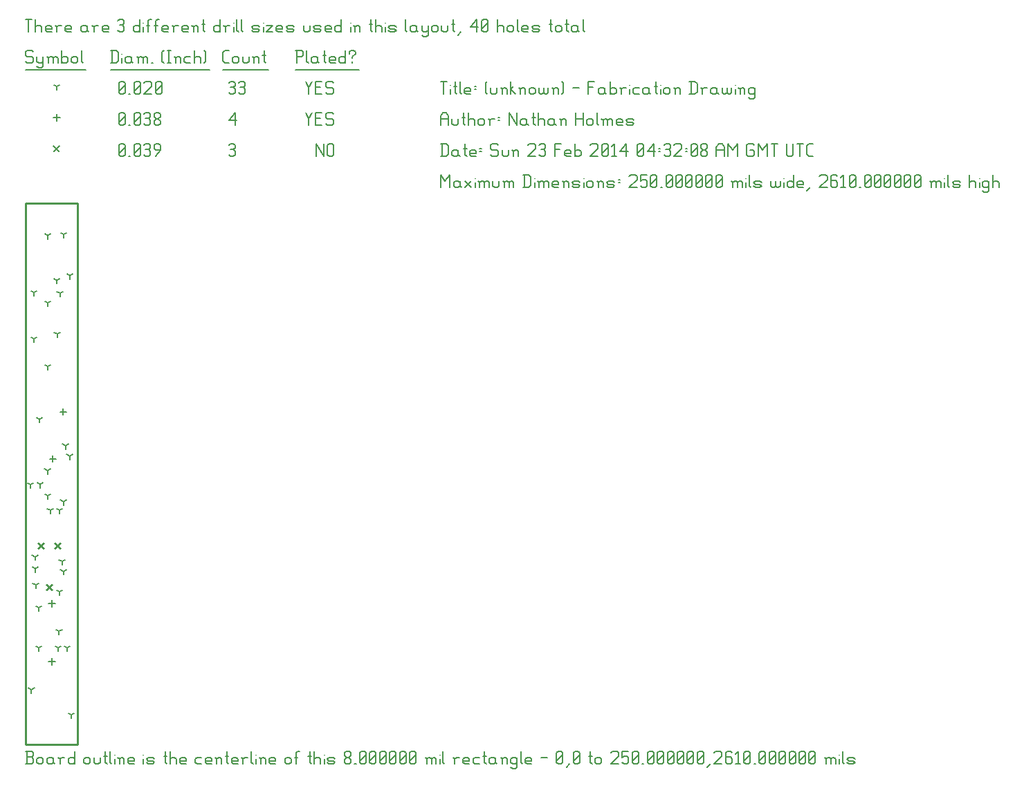
<source format=gbr>
G04 start of page 13 for group -3984 idx -3984 *
G04 Title: (unknown), fab *
G04 Creator: pcb 20110918 *
G04 CreationDate: Sun 23 Feb 2014 04:32:08 AM GMT UTC *
G04 For: ndholmes *
G04 Format: Gerber/RS-274X *
G04 PCB-Dimensions: 25000 261000 *
G04 PCB-Coordinate-Origin: lower left *
%MOIN*%
%FSLAX25Y25*%
%LNFAB*%
%ADD71C,0.0100*%
%ADD70C,0.0075*%
%ADD69C,0.0060*%
%ADD68C,0.0001*%
G54D68*G36*
X10421Y77408D02*X13387Y74442D01*
X12821Y73876D01*
X9855Y76842D01*
X10421Y77408D01*
G37*
G36*
X9855Y74442D02*X12821Y77408D01*
X13387Y76842D01*
X10421Y73876D01*
X9855Y74442D01*
G37*
G36*
X6421Y97408D02*X9387Y94442D01*
X8821Y93876D01*
X5855Y96842D01*
X6421Y97408D01*
G37*
G36*
X5855Y94442D02*X8821Y97408D01*
X9387Y96842D01*
X6421Y93876D01*
X5855Y94442D01*
G37*
G36*
X14421Y97408D02*X17387Y94442D01*
X16821Y93876D01*
X13855Y96842D01*
X14421Y97408D01*
G37*
G36*
X13855Y94442D02*X16821Y97408D01*
X17387Y96842D01*
X14421Y93876D01*
X13855Y94442D01*
G37*
G36*
X13800Y289016D02*X16766Y286050D01*
X16200Y285484D01*
X13234Y288450D01*
X13800Y289016D01*
G37*
G36*
X13234Y286050D02*X16200Y289016D01*
X16766Y288450D01*
X13800Y285484D01*
X13234Y286050D01*
G37*
G54D69*X140000Y289500D02*Y283500D01*
Y289500D02*X143750Y283500D01*
Y289500D02*Y283500D01*
X145550Y288750D02*Y284250D01*
Y288750D02*X146300Y289500D01*
X147800D01*
X148550Y288750D01*
Y284250D01*
X147800Y283500D02*X148550Y284250D01*
X146300Y283500D02*X147800D01*
X145550Y284250D02*X146300Y283500D01*
X98000Y288750D02*X98750Y289500D01*
X100250D01*
X101000Y288750D01*
X100250Y283500D02*X101000Y284250D01*
X98750Y283500D02*X100250D01*
X98000Y284250D02*X98750Y283500D01*
Y286800D02*X100250D01*
X101000Y288750D02*Y287550D01*
Y286050D02*Y284250D01*
Y286050D02*X100250Y286800D01*
X101000Y287550D02*X100250Y286800D01*
X45000Y284250D02*X45750Y283500D01*
X45000Y288750D02*Y284250D01*
Y288750D02*X45750Y289500D01*
X47250D01*
X48000Y288750D01*
Y284250D01*
X47250Y283500D02*X48000Y284250D01*
X45750Y283500D02*X47250D01*
X45000Y285000D02*X48000Y288000D01*
X49800Y283500D02*X50550D01*
X52350Y284250D02*X53100Y283500D01*
X52350Y288750D02*Y284250D01*
Y288750D02*X53100Y289500D01*
X54600D01*
X55350Y288750D01*
Y284250D01*
X54600Y283500D02*X55350Y284250D01*
X53100Y283500D02*X54600D01*
X52350Y285000D02*X55350Y288000D01*
X57150Y288750D02*X57900Y289500D01*
X59400D01*
X60150Y288750D01*
X59400Y283500D02*X60150Y284250D01*
X57900Y283500D02*X59400D01*
X57150Y284250D02*X57900Y283500D01*
Y286800D02*X59400D01*
X60150Y288750D02*Y287550D01*
Y286050D02*Y284250D01*
Y286050D02*X59400Y286800D01*
X60150Y287550D02*X59400Y286800D01*
X62700Y283500D02*X64950Y286500D01*
Y288750D02*Y286500D01*
X64200Y289500D02*X64950Y288750D01*
X62700Y289500D02*X64200D01*
X61950Y288750D02*X62700Y289500D01*
X61950Y288750D02*Y287250D01*
X62700Y286500D01*
X64950D01*
X18200Y162000D02*Y158800D01*
X16600Y160400D02*X19800D01*
X12700Y69500D02*Y66300D01*
X11100Y67900D02*X14300D01*
X13200Y139300D02*Y136100D01*
X11600Y137700D02*X14800D01*
X12800Y41600D02*Y38400D01*
X11200Y40000D02*X14400D01*
X15000Y303850D02*Y300650D01*
X13400Y302250D02*X16600D01*
X135000Y304500D02*X136500Y301500D01*
X138000Y304500D01*
X136500Y301500D02*Y298500D01*
X139800Y301800D02*X142050D01*
X139800Y298500D02*X142800D01*
X139800Y304500D02*Y298500D01*
Y304500D02*X142800D01*
X147600D02*X148350Y303750D01*
X145350Y304500D02*X147600D01*
X144600Y303750D02*X145350Y304500D01*
X144600Y303750D02*Y302250D01*
X145350Y301500D01*
X147600D01*
X148350Y300750D01*
Y299250D01*
X147600Y298500D02*X148350Y299250D01*
X145350Y298500D02*X147600D01*
X144600Y299250D02*X145350Y298500D01*
X98000Y300750D02*X101000Y304500D01*
X98000Y300750D02*X101750D01*
X101000Y304500D02*Y298500D01*
X45000Y299250D02*X45750Y298500D01*
X45000Y303750D02*Y299250D01*
Y303750D02*X45750Y304500D01*
X47250D01*
X48000Y303750D01*
Y299250D01*
X47250Y298500D02*X48000Y299250D01*
X45750Y298500D02*X47250D01*
X45000Y300000D02*X48000Y303000D01*
X49800Y298500D02*X50550D01*
X52350Y299250D02*X53100Y298500D01*
X52350Y303750D02*Y299250D01*
Y303750D02*X53100Y304500D01*
X54600D01*
X55350Y303750D01*
Y299250D01*
X54600Y298500D02*X55350Y299250D01*
X53100Y298500D02*X54600D01*
X52350Y300000D02*X55350Y303000D01*
X57150Y303750D02*X57900Y304500D01*
X59400D01*
X60150Y303750D01*
X59400Y298500D02*X60150Y299250D01*
X57900Y298500D02*X59400D01*
X57150Y299250D02*X57900Y298500D01*
Y301800D02*X59400D01*
X60150Y303750D02*Y302550D01*
Y301050D02*Y299250D01*
Y301050D02*X59400Y301800D01*
X60150Y302550D02*X59400Y301800D01*
X61950Y299250D02*X62700Y298500D01*
X61950Y300450D02*Y299250D01*
Y300450D02*X63000Y301500D01*
X63900D01*
X64950Y300450D01*
Y299250D01*
X64200Y298500D02*X64950Y299250D01*
X62700Y298500D02*X64200D01*
X61950Y302550D02*X63000Y301500D01*
X61950Y303750D02*Y302550D01*
Y303750D02*X62700Y304500D01*
X64200D01*
X64950Y303750D01*
Y302550D01*
X63900Y301500D02*X64950Y302550D01*
X15100Y223700D02*Y222100D01*
Y223700D02*X16487Y224500D01*
X15100Y223700D02*X13713Y224500D01*
X10800Y245300D02*Y243700D01*
Y245300D02*X12187Y246100D01*
X10800Y245300D02*X9413Y246100D01*
X4100Y217800D02*Y216200D01*
Y217800D02*X5487Y218600D01*
X4100Y217800D02*X2713Y218600D01*
X10800Y212800D02*Y211200D01*
Y212800D02*X12187Y213600D01*
X10800Y212800D02*X9413Y213600D01*
X4000Y195600D02*Y194000D01*
Y195600D02*X5387Y196400D01*
X4000Y195600D02*X2613Y196400D01*
X15300Y197800D02*Y196200D01*
Y197800D02*X16687Y198600D01*
X15300Y197800D02*X13913Y198600D01*
X16600Y217500D02*Y215900D01*
Y217500D02*X17987Y218300D01*
X16600Y217500D02*X15213Y218300D01*
X10700Y182100D02*Y180500D01*
Y182100D02*X12087Y182900D01*
X10700Y182100D02*X9313Y182900D01*
X18400Y245900D02*Y244300D01*
Y245900D02*X19787Y246700D01*
X18400Y245900D02*X17013Y246700D01*
X6800Y156700D02*Y155100D01*
Y156700D02*X8187Y157500D01*
X6800Y156700D02*X5413Y157500D01*
X17621Y88242D02*Y86642D01*
Y88242D02*X19008Y89042D01*
X17621Y88242D02*X16234Y89042D01*
X10721Y119742D02*Y118142D01*
Y119742D02*X12108Y120542D01*
X10721Y119742D02*X9334Y120542D01*
X4821Y84642D02*Y83042D01*
Y84642D02*X6208Y85442D01*
X4821Y84642D02*X3434Y85442D01*
X4921Y76842D02*Y75242D01*
Y76842D02*X6308Y77642D01*
X4921Y76842D02*X3534Y77642D01*
X4621Y90342D02*Y88742D01*
Y90342D02*X6008Y91142D01*
X4621Y90342D02*X3234Y91142D01*
X11921Y112842D02*Y111242D01*
Y112842D02*X13308Y113642D01*
X11921Y112842D02*X10534Y113642D01*
X2521Y125242D02*Y123642D01*
Y125242D02*X3908Y126042D01*
X2521Y125242D02*X1134Y126042D01*
X7000Y125300D02*Y123700D01*
Y125300D02*X8387Y126100D01*
X7000Y125300D02*X5613Y126100D01*
X6500Y65900D02*Y64300D01*
Y65900D02*X7887Y66700D01*
X6500Y65900D02*X5113Y66700D01*
X20200Y46500D02*Y44900D01*
Y46500D02*X21587Y47300D01*
X20200Y46500D02*X18813Y47300D01*
X18300Y83400D02*Y81800D01*
Y83400D02*X19687Y84200D01*
X18300Y83400D02*X16913Y84200D01*
X16400Y73600D02*Y72000D01*
Y73600D02*X17787Y74400D01*
X16400Y73600D02*X15013Y74400D01*
X16245Y54402D02*Y52802D01*
Y54402D02*X17632Y55202D01*
X16245Y54402D02*X14858Y55202D01*
X6500Y46600D02*Y45000D01*
Y46600D02*X7887Y47400D01*
X6500Y46600D02*X5113Y47400D01*
X2900Y26300D02*Y24700D01*
Y26300D02*X4287Y27100D01*
X2900Y26300D02*X1513Y27100D01*
X15700Y46600D02*Y45000D01*
Y46600D02*X17087Y47400D01*
X15700Y46600D02*X14313Y47400D01*
X22000Y14100D02*Y12500D01*
Y14100D02*X23387Y14900D01*
X22000Y14100D02*X20613Y14900D01*
X10600Y132000D02*Y130400D01*
Y132000D02*X11987Y132800D01*
X10600Y132000D02*X9213Y132800D01*
X19300Y144000D02*Y142400D01*
Y144000D02*X20687Y144800D01*
X19300Y144000D02*X17913Y144800D01*
X21300Y139000D02*Y137400D01*
Y139000D02*X22687Y139800D01*
X21300Y139000D02*X19913Y139800D01*
X16521Y112842D02*Y111242D01*
Y112842D02*X17908Y113642D01*
X16521Y112842D02*X15134Y113642D01*
X18300Y117000D02*Y115400D01*
Y117000D02*X19687Y117800D01*
X18300Y117000D02*X16913Y117800D01*
X21400Y226000D02*Y224400D01*
Y226000D02*X22787Y226800D01*
X21400Y226000D02*X20013Y226800D01*
X15000Y317250D02*Y315650D01*
Y317250D02*X16387Y318050D01*
X15000Y317250D02*X13613Y318050D01*
X135000Y319500D02*X136500Y316500D01*
X138000Y319500D01*
X136500Y316500D02*Y313500D01*
X139800Y316800D02*X142050D01*
X139800Y313500D02*X142800D01*
X139800Y319500D02*Y313500D01*
Y319500D02*X142800D01*
X147600D02*X148350Y318750D01*
X145350Y319500D02*X147600D01*
X144600Y318750D02*X145350Y319500D01*
X144600Y318750D02*Y317250D01*
X145350Y316500D01*
X147600D01*
X148350Y315750D01*
Y314250D01*
X147600Y313500D02*X148350Y314250D01*
X145350Y313500D02*X147600D01*
X144600Y314250D02*X145350Y313500D01*
X98000Y318750D02*X98750Y319500D01*
X100250D01*
X101000Y318750D01*
X100250Y313500D02*X101000Y314250D01*
X98750Y313500D02*X100250D01*
X98000Y314250D02*X98750Y313500D01*
Y316800D02*X100250D01*
X101000Y318750D02*Y317550D01*
Y316050D02*Y314250D01*
Y316050D02*X100250Y316800D01*
X101000Y317550D02*X100250Y316800D01*
X102800Y318750D02*X103550Y319500D01*
X105050D01*
X105800Y318750D01*
X105050Y313500D02*X105800Y314250D01*
X103550Y313500D02*X105050D01*
X102800Y314250D02*X103550Y313500D01*
Y316800D02*X105050D01*
X105800Y318750D02*Y317550D01*
Y316050D02*Y314250D01*
Y316050D02*X105050Y316800D01*
X105800Y317550D02*X105050Y316800D01*
X45000Y314250D02*X45750Y313500D01*
X45000Y318750D02*Y314250D01*
Y318750D02*X45750Y319500D01*
X47250D01*
X48000Y318750D01*
Y314250D01*
X47250Y313500D02*X48000Y314250D01*
X45750Y313500D02*X47250D01*
X45000Y315000D02*X48000Y318000D01*
X49800Y313500D02*X50550D01*
X52350Y314250D02*X53100Y313500D01*
X52350Y318750D02*Y314250D01*
Y318750D02*X53100Y319500D01*
X54600D01*
X55350Y318750D01*
Y314250D01*
X54600Y313500D02*X55350Y314250D01*
X53100Y313500D02*X54600D01*
X52350Y315000D02*X55350Y318000D01*
X57150Y318750D02*X57900Y319500D01*
X60150D01*
X60900Y318750D01*
Y317250D01*
X57150Y313500D02*X60900Y317250D01*
X57150Y313500D02*X60900D01*
X62700Y314250D02*X63450Y313500D01*
X62700Y318750D02*Y314250D01*
Y318750D02*X63450Y319500D01*
X64950D01*
X65700Y318750D01*
Y314250D01*
X64950Y313500D02*X65700Y314250D01*
X63450Y313500D02*X64950D01*
X62700Y315000D02*X65700Y318000D01*
X3000Y334500D02*X3750Y333750D01*
X750Y334500D02*X3000D01*
X0Y333750D02*X750Y334500D01*
X0Y333750D02*Y332250D01*
X750Y331500D01*
X3000D01*
X3750Y330750D01*
Y329250D01*
X3000Y328500D02*X3750Y329250D01*
X750Y328500D02*X3000D01*
X0Y329250D02*X750Y328500D01*
X5550Y331500D02*Y329250D01*
X6300Y328500D01*
X8550Y331500D02*Y327000D01*
X7800Y326250D02*X8550Y327000D01*
X6300Y326250D02*X7800D01*
X5550Y327000D02*X6300Y326250D01*
Y328500D02*X7800D01*
X8550Y329250D01*
X11100Y330750D02*Y328500D01*
Y330750D02*X11850Y331500D01*
X12600D01*
X13350Y330750D01*
Y328500D01*
Y330750D02*X14100Y331500D01*
X14850D01*
X15600Y330750D01*
Y328500D01*
X10350Y331500D02*X11100Y330750D01*
X17400Y334500D02*Y328500D01*
Y329250D02*X18150Y328500D01*
X19650D01*
X20400Y329250D01*
Y330750D02*Y329250D01*
X19650Y331500D02*X20400Y330750D01*
X18150Y331500D02*X19650D01*
X17400Y330750D02*X18150Y331500D01*
X22200Y330750D02*Y329250D01*
Y330750D02*X22950Y331500D01*
X24450D01*
X25200Y330750D01*
Y329250D01*
X24450Y328500D02*X25200Y329250D01*
X22950Y328500D02*X24450D01*
X22200Y329250D02*X22950Y328500D01*
X27000Y334500D02*Y329250D01*
X27750Y328500D01*
X0Y325250D02*X29250D01*
X41750Y334500D02*Y328500D01*
X43700Y334500D02*X44750Y333450D01*
Y329550D01*
X43700Y328500D02*X44750Y329550D01*
X41000Y328500D02*X43700D01*
X41000Y334500D02*X43700D01*
G54D70*X46550Y333000D02*Y332850D01*
G54D69*Y330750D02*Y328500D01*
X50300Y331500D02*X51050Y330750D01*
X48800Y331500D02*X50300D01*
X48050Y330750D02*X48800Y331500D01*
X48050Y330750D02*Y329250D01*
X48800Y328500D01*
X51050Y331500D02*Y329250D01*
X51800Y328500D01*
X48800D02*X50300D01*
X51050Y329250D01*
X54350Y330750D02*Y328500D01*
Y330750D02*X55100Y331500D01*
X55850D01*
X56600Y330750D01*
Y328500D01*
Y330750D02*X57350Y331500D01*
X58100D01*
X58850Y330750D01*
Y328500D01*
X53600Y331500D02*X54350Y330750D01*
X60650Y328500D02*X61400D01*
X65900Y329250D02*X66650Y328500D01*
X65900Y333750D02*X66650Y334500D01*
X65900Y333750D02*Y329250D01*
X68450Y334500D02*X69950D01*
X69200D02*Y328500D01*
X68450D02*X69950D01*
X72500Y330750D02*Y328500D01*
Y330750D02*X73250Y331500D01*
X74000D01*
X74750Y330750D01*
Y328500D01*
X71750Y331500D02*X72500Y330750D01*
X77300Y331500D02*X79550D01*
X76550Y330750D02*X77300Y331500D01*
X76550Y330750D02*Y329250D01*
X77300Y328500D01*
X79550D01*
X81350Y334500D02*Y328500D01*
Y330750D02*X82100Y331500D01*
X83600D01*
X84350Y330750D01*
Y328500D01*
X86150Y334500D02*X86900Y333750D01*
Y329250D01*
X86150Y328500D02*X86900Y329250D01*
X41000Y325250D02*X88700D01*
X96050Y328500D02*X98000D01*
X95000Y329550D02*X96050Y328500D01*
X95000Y333450D02*Y329550D01*
Y333450D02*X96050Y334500D01*
X98000D01*
X99800Y330750D02*Y329250D01*
Y330750D02*X100550Y331500D01*
X102050D01*
X102800Y330750D01*
Y329250D01*
X102050Y328500D02*X102800Y329250D01*
X100550Y328500D02*X102050D01*
X99800Y329250D02*X100550Y328500D01*
X104600Y331500D02*Y329250D01*
X105350Y328500D01*
X106850D01*
X107600Y329250D01*
Y331500D02*Y329250D01*
X110150Y330750D02*Y328500D01*
Y330750D02*X110900Y331500D01*
X111650D01*
X112400Y330750D01*
Y328500D01*
X109400Y331500D02*X110150Y330750D01*
X114950Y334500D02*Y329250D01*
X115700Y328500D01*
X114200Y332250D02*X115700D01*
X95000Y325250D02*X117200D01*
X130750Y334500D02*Y328500D01*
X130000Y334500D02*X133000D01*
X133750Y333750D01*
Y332250D01*
X133000Y331500D02*X133750Y332250D01*
X130750Y331500D02*X133000D01*
X135550Y334500D02*Y329250D01*
X136300Y328500D01*
X140050Y331500D02*X140800Y330750D01*
X138550Y331500D02*X140050D01*
X137800Y330750D02*X138550Y331500D01*
X137800Y330750D02*Y329250D01*
X138550Y328500D01*
X140800Y331500D02*Y329250D01*
X141550Y328500D01*
X138550D02*X140050D01*
X140800Y329250D01*
X144100Y334500D02*Y329250D01*
X144850Y328500D01*
X143350Y332250D02*X144850D01*
X147100Y328500D02*X149350D01*
X146350Y329250D02*X147100Y328500D01*
X146350Y330750D02*Y329250D01*
Y330750D02*X147100Y331500D01*
X148600D01*
X149350Y330750D01*
X146350Y330000D02*X149350D01*
Y330750D02*Y330000D01*
X154150Y334500D02*Y328500D01*
X153400D02*X154150Y329250D01*
X151900Y328500D02*X153400D01*
X151150Y329250D02*X151900Y328500D01*
X151150Y330750D02*Y329250D01*
Y330750D02*X151900Y331500D01*
X153400D01*
X154150Y330750D01*
X157450Y331500D02*Y330750D01*
Y329250D02*Y328500D01*
X155950Y333750D02*Y333000D01*
Y333750D02*X156700Y334500D01*
X158200D01*
X158950Y333750D01*
Y333000D01*
X157450Y331500D02*X158950Y333000D01*
X130000Y325250D02*X160750D01*
X0Y349500D02*X3000D01*
X1500D02*Y343500D01*
X4800Y349500D02*Y343500D01*
Y345750D02*X5550Y346500D01*
X7050D01*
X7800Y345750D01*
Y343500D01*
X10350D02*X12600D01*
X9600Y344250D02*X10350Y343500D01*
X9600Y345750D02*Y344250D01*
Y345750D02*X10350Y346500D01*
X11850D01*
X12600Y345750D01*
X9600Y345000D02*X12600D01*
Y345750D02*Y345000D01*
X15150Y345750D02*Y343500D01*
Y345750D02*X15900Y346500D01*
X17400D01*
X14400D02*X15150Y345750D01*
X19950Y343500D02*X22200D01*
X19200Y344250D02*X19950Y343500D01*
X19200Y345750D02*Y344250D01*
Y345750D02*X19950Y346500D01*
X21450D01*
X22200Y345750D01*
X19200Y345000D02*X22200D01*
Y345750D02*Y345000D01*
X28950Y346500D02*X29700Y345750D01*
X27450Y346500D02*X28950D01*
X26700Y345750D02*X27450Y346500D01*
X26700Y345750D02*Y344250D01*
X27450Y343500D01*
X29700Y346500D02*Y344250D01*
X30450Y343500D01*
X27450D02*X28950D01*
X29700Y344250D01*
X33000Y345750D02*Y343500D01*
Y345750D02*X33750Y346500D01*
X35250D01*
X32250D02*X33000Y345750D01*
X37800Y343500D02*X40050D01*
X37050Y344250D02*X37800Y343500D01*
X37050Y345750D02*Y344250D01*
Y345750D02*X37800Y346500D01*
X39300D01*
X40050Y345750D01*
X37050Y345000D02*X40050D01*
Y345750D02*Y345000D01*
X44550Y348750D02*X45300Y349500D01*
X46800D01*
X47550Y348750D01*
X46800Y343500D02*X47550Y344250D01*
X45300Y343500D02*X46800D01*
X44550Y344250D02*X45300Y343500D01*
Y346800D02*X46800D01*
X47550Y348750D02*Y347550D01*
Y346050D02*Y344250D01*
Y346050D02*X46800Y346800D01*
X47550Y347550D02*X46800Y346800D01*
X55050Y349500D02*Y343500D01*
X54300D02*X55050Y344250D01*
X52800Y343500D02*X54300D01*
X52050Y344250D02*X52800Y343500D01*
X52050Y345750D02*Y344250D01*
Y345750D02*X52800Y346500D01*
X54300D01*
X55050Y345750D01*
G54D70*X56850Y348000D02*Y347850D01*
G54D69*Y345750D02*Y343500D01*
X59100Y348750D02*Y343500D01*
Y348750D02*X59850Y349500D01*
X60600D01*
X58350Y346500D02*X59850D01*
X62850Y348750D02*Y343500D01*
Y348750D02*X63600Y349500D01*
X64350D01*
X62100Y346500D02*X63600D01*
X66600Y343500D02*X68850D01*
X65850Y344250D02*X66600Y343500D01*
X65850Y345750D02*Y344250D01*
Y345750D02*X66600Y346500D01*
X68100D01*
X68850Y345750D01*
X65850Y345000D02*X68850D01*
Y345750D02*Y345000D01*
X71400Y345750D02*Y343500D01*
Y345750D02*X72150Y346500D01*
X73650D01*
X70650D02*X71400Y345750D01*
X76200Y343500D02*X78450D01*
X75450Y344250D02*X76200Y343500D01*
X75450Y345750D02*Y344250D01*
Y345750D02*X76200Y346500D01*
X77700D01*
X78450Y345750D01*
X75450Y345000D02*X78450D01*
Y345750D02*Y345000D01*
X81000Y345750D02*Y343500D01*
Y345750D02*X81750Y346500D01*
X82500D01*
X83250Y345750D01*
Y343500D01*
X80250Y346500D02*X81000Y345750D01*
X85800Y349500D02*Y344250D01*
X86550Y343500D01*
X85050Y347250D02*X86550D01*
X93750Y349500D02*Y343500D01*
X93000D02*X93750Y344250D01*
X91500Y343500D02*X93000D01*
X90750Y344250D02*X91500Y343500D01*
X90750Y345750D02*Y344250D01*
Y345750D02*X91500Y346500D01*
X93000D01*
X93750Y345750D01*
X96300D02*Y343500D01*
Y345750D02*X97050Y346500D01*
X98550D01*
X95550D02*X96300Y345750D01*
G54D70*X100350Y348000D02*Y347850D01*
G54D69*Y345750D02*Y343500D01*
X101850Y349500D02*Y344250D01*
X102600Y343500D01*
X104100Y349500D02*Y344250D01*
X104850Y343500D01*
X109800D02*X112050D01*
X112800Y344250D01*
X112050Y345000D02*X112800Y344250D01*
X109800Y345000D02*X112050D01*
X109050Y345750D02*X109800Y345000D01*
X109050Y345750D02*X109800Y346500D01*
X112050D01*
X112800Y345750D01*
X109050Y344250D02*X109800Y343500D01*
G54D70*X114600Y348000D02*Y347850D01*
G54D69*Y345750D02*Y343500D01*
X116100Y346500D02*X119100D01*
X116100Y343500D02*X119100Y346500D01*
X116100Y343500D02*X119100D01*
X121650D02*X123900D01*
X120900Y344250D02*X121650Y343500D01*
X120900Y345750D02*Y344250D01*
Y345750D02*X121650Y346500D01*
X123150D01*
X123900Y345750D01*
X120900Y345000D02*X123900D01*
Y345750D02*Y345000D01*
X126450Y343500D02*X128700D01*
X129450Y344250D01*
X128700Y345000D02*X129450Y344250D01*
X126450Y345000D02*X128700D01*
X125700Y345750D02*X126450Y345000D01*
X125700Y345750D02*X126450Y346500D01*
X128700D01*
X129450Y345750D01*
X125700Y344250D02*X126450Y343500D01*
X133950Y346500D02*Y344250D01*
X134700Y343500D01*
X136200D01*
X136950Y344250D01*
Y346500D02*Y344250D01*
X139500Y343500D02*X141750D01*
X142500Y344250D01*
X141750Y345000D02*X142500Y344250D01*
X139500Y345000D02*X141750D01*
X138750Y345750D02*X139500Y345000D01*
X138750Y345750D02*X139500Y346500D01*
X141750D01*
X142500Y345750D01*
X138750Y344250D02*X139500Y343500D01*
X145050D02*X147300D01*
X144300Y344250D02*X145050Y343500D01*
X144300Y345750D02*Y344250D01*
Y345750D02*X145050Y346500D01*
X146550D01*
X147300Y345750D01*
X144300Y345000D02*X147300D01*
Y345750D02*Y345000D01*
X152100Y349500D02*Y343500D01*
X151350D02*X152100Y344250D01*
X149850Y343500D02*X151350D01*
X149100Y344250D02*X149850Y343500D01*
X149100Y345750D02*Y344250D01*
Y345750D02*X149850Y346500D01*
X151350D01*
X152100Y345750D01*
G54D70*X156600Y348000D02*Y347850D01*
G54D69*Y345750D02*Y343500D01*
X158850Y345750D02*Y343500D01*
Y345750D02*X159600Y346500D01*
X160350D01*
X161100Y345750D01*
Y343500D01*
X158100Y346500D02*X158850Y345750D01*
X166350Y349500D02*Y344250D01*
X167100Y343500D01*
X165600Y347250D02*X167100D01*
X168600Y349500D02*Y343500D01*
Y345750D02*X169350Y346500D01*
X170850D01*
X171600Y345750D01*
Y343500D01*
G54D70*X173400Y348000D02*Y347850D01*
G54D69*Y345750D02*Y343500D01*
X175650D02*X177900D01*
X178650Y344250D01*
X177900Y345000D02*X178650Y344250D01*
X175650Y345000D02*X177900D01*
X174900Y345750D02*X175650Y345000D01*
X174900Y345750D02*X175650Y346500D01*
X177900D01*
X178650Y345750D01*
X174900Y344250D02*X175650Y343500D01*
X183150Y349500D02*Y344250D01*
X183900Y343500D01*
X187650Y346500D02*X188400Y345750D01*
X186150Y346500D02*X187650D01*
X185400Y345750D02*X186150Y346500D01*
X185400Y345750D02*Y344250D01*
X186150Y343500D01*
X188400Y346500D02*Y344250D01*
X189150Y343500D01*
X186150D02*X187650D01*
X188400Y344250D01*
X190950Y346500D02*Y344250D01*
X191700Y343500D01*
X193950Y346500D02*Y342000D01*
X193200Y341250D02*X193950Y342000D01*
X191700Y341250D02*X193200D01*
X190950Y342000D02*X191700Y341250D01*
Y343500D02*X193200D01*
X193950Y344250D01*
X195750Y345750D02*Y344250D01*
Y345750D02*X196500Y346500D01*
X198000D01*
X198750Y345750D01*
Y344250D01*
X198000Y343500D02*X198750Y344250D01*
X196500Y343500D02*X198000D01*
X195750Y344250D02*X196500Y343500D01*
X200550Y346500D02*Y344250D01*
X201300Y343500D01*
X202800D01*
X203550Y344250D01*
Y346500D02*Y344250D01*
X206100Y349500D02*Y344250D01*
X206850Y343500D01*
X205350Y347250D02*X206850D01*
X208350Y342000D02*X209850Y343500D01*
X214350Y345750D02*X217350Y349500D01*
X214350Y345750D02*X218100D01*
X217350Y349500D02*Y343500D01*
X219900Y344250D02*X220650Y343500D01*
X219900Y348750D02*Y344250D01*
Y348750D02*X220650Y349500D01*
X222150D01*
X222900Y348750D01*
Y344250D01*
X222150Y343500D02*X222900Y344250D01*
X220650Y343500D02*X222150D01*
X219900Y345000D02*X222900Y348000D01*
X227400Y349500D02*Y343500D01*
Y345750D02*X228150Y346500D01*
X229650D01*
X230400Y345750D01*
Y343500D01*
X232200Y345750D02*Y344250D01*
Y345750D02*X232950Y346500D01*
X234450D01*
X235200Y345750D01*
Y344250D01*
X234450Y343500D02*X235200Y344250D01*
X232950Y343500D02*X234450D01*
X232200Y344250D02*X232950Y343500D01*
X237000Y349500D02*Y344250D01*
X237750Y343500D01*
X240000D02*X242250D01*
X239250Y344250D02*X240000Y343500D01*
X239250Y345750D02*Y344250D01*
Y345750D02*X240000Y346500D01*
X241500D01*
X242250Y345750D01*
X239250Y345000D02*X242250D01*
Y345750D02*Y345000D01*
X244800Y343500D02*X247050D01*
X247800Y344250D01*
X247050Y345000D02*X247800Y344250D01*
X244800Y345000D02*X247050D01*
X244050Y345750D02*X244800Y345000D01*
X244050Y345750D02*X244800Y346500D01*
X247050D01*
X247800Y345750D01*
X244050Y344250D02*X244800Y343500D01*
X253050Y349500D02*Y344250D01*
X253800Y343500D01*
X252300Y347250D02*X253800D01*
X255300Y345750D02*Y344250D01*
Y345750D02*X256050Y346500D01*
X257550D01*
X258300Y345750D01*
Y344250D01*
X257550Y343500D02*X258300Y344250D01*
X256050Y343500D02*X257550D01*
X255300Y344250D02*X256050Y343500D01*
X260850Y349500D02*Y344250D01*
X261600Y343500D01*
X260100Y347250D02*X261600D01*
X265350Y346500D02*X266100Y345750D01*
X263850Y346500D02*X265350D01*
X263100Y345750D02*X263850Y346500D01*
X263100Y345750D02*Y344250D01*
X263850Y343500D01*
X266100Y346500D02*Y344250D01*
X266850Y343500D01*
X263850D02*X265350D01*
X266100Y344250D01*
X268650Y349500D02*Y344250D01*
X269400Y343500D01*
G54D71*X0Y261000D02*X25000D01*
X0D02*Y0D01*
X25000Y261000D02*Y0D01*
X0D02*X25000D01*
G54D69*X200000Y274500D02*Y268500D01*
Y274500D02*X202250Y271500D01*
X204500Y274500D01*
Y268500D01*
X208550Y271500D02*X209300Y270750D01*
X207050Y271500D02*X208550D01*
X206300Y270750D02*X207050Y271500D01*
X206300Y270750D02*Y269250D01*
X207050Y268500D01*
X209300Y271500D02*Y269250D01*
X210050Y268500D01*
X207050D02*X208550D01*
X209300Y269250D01*
X211850Y271500D02*X214850Y268500D01*
X211850D02*X214850Y271500D01*
G54D70*X216650Y273000D02*Y272850D01*
G54D69*Y270750D02*Y268500D01*
X218900Y270750D02*Y268500D01*
Y270750D02*X219650Y271500D01*
X220400D01*
X221150Y270750D01*
Y268500D01*
Y270750D02*X221900Y271500D01*
X222650D01*
X223400Y270750D01*
Y268500D01*
X218150Y271500D02*X218900Y270750D01*
X225200Y271500D02*Y269250D01*
X225950Y268500D01*
X227450D01*
X228200Y269250D01*
Y271500D02*Y269250D01*
X230750Y270750D02*Y268500D01*
Y270750D02*X231500Y271500D01*
X232250D01*
X233000Y270750D01*
Y268500D01*
Y270750D02*X233750Y271500D01*
X234500D01*
X235250Y270750D01*
Y268500D01*
X230000Y271500D02*X230750Y270750D01*
X240500Y274500D02*Y268500D01*
X242450Y274500D02*X243500Y273450D01*
Y269550D01*
X242450Y268500D02*X243500Y269550D01*
X239750Y268500D02*X242450D01*
X239750Y274500D02*X242450D01*
G54D70*X245300Y273000D02*Y272850D01*
G54D69*Y270750D02*Y268500D01*
X247550Y270750D02*Y268500D01*
Y270750D02*X248300Y271500D01*
X249050D01*
X249800Y270750D01*
Y268500D01*
Y270750D02*X250550Y271500D01*
X251300D01*
X252050Y270750D01*
Y268500D01*
X246800Y271500D02*X247550Y270750D01*
X254600Y268500D02*X256850D01*
X253850Y269250D02*X254600Y268500D01*
X253850Y270750D02*Y269250D01*
Y270750D02*X254600Y271500D01*
X256100D01*
X256850Y270750D01*
X253850Y270000D02*X256850D01*
Y270750D02*Y270000D01*
X259400Y270750D02*Y268500D01*
Y270750D02*X260150Y271500D01*
X260900D01*
X261650Y270750D01*
Y268500D01*
X258650Y271500D02*X259400Y270750D01*
X264200Y268500D02*X266450D01*
X267200Y269250D01*
X266450Y270000D02*X267200Y269250D01*
X264200Y270000D02*X266450D01*
X263450Y270750D02*X264200Y270000D01*
X263450Y270750D02*X264200Y271500D01*
X266450D01*
X267200Y270750D01*
X263450Y269250D02*X264200Y268500D01*
G54D70*X269000Y273000D02*Y272850D01*
G54D69*Y270750D02*Y268500D01*
X270500Y270750D02*Y269250D01*
Y270750D02*X271250Y271500D01*
X272750D01*
X273500Y270750D01*
Y269250D01*
X272750Y268500D02*X273500Y269250D01*
X271250Y268500D02*X272750D01*
X270500Y269250D02*X271250Y268500D01*
X276050Y270750D02*Y268500D01*
Y270750D02*X276800Y271500D01*
X277550D01*
X278300Y270750D01*
Y268500D01*
X275300Y271500D02*X276050Y270750D01*
X280850Y268500D02*X283100D01*
X283850Y269250D01*
X283100Y270000D02*X283850Y269250D01*
X280850Y270000D02*X283100D01*
X280100Y270750D02*X280850Y270000D01*
X280100Y270750D02*X280850Y271500D01*
X283100D01*
X283850Y270750D01*
X280100Y269250D02*X280850Y268500D01*
X285650Y272250D02*X286400D01*
X285650Y270750D02*X286400D01*
X290900Y273750D02*X291650Y274500D01*
X293900D01*
X294650Y273750D01*
Y272250D01*
X290900Y268500D02*X294650Y272250D01*
X290900Y268500D02*X294650D01*
X296450Y274500D02*X299450D01*
X296450D02*Y271500D01*
X297200Y272250D01*
X298700D01*
X299450Y271500D01*
Y269250D01*
X298700Y268500D02*X299450Y269250D01*
X297200Y268500D02*X298700D01*
X296450Y269250D02*X297200Y268500D01*
X301250Y269250D02*X302000Y268500D01*
X301250Y273750D02*Y269250D01*
Y273750D02*X302000Y274500D01*
X303500D01*
X304250Y273750D01*
Y269250D01*
X303500Y268500D02*X304250Y269250D01*
X302000Y268500D02*X303500D01*
X301250Y270000D02*X304250Y273000D01*
X306050Y268500D02*X306800D01*
X308600Y269250D02*X309350Y268500D01*
X308600Y273750D02*Y269250D01*
Y273750D02*X309350Y274500D01*
X310850D01*
X311600Y273750D01*
Y269250D01*
X310850Y268500D02*X311600Y269250D01*
X309350Y268500D02*X310850D01*
X308600Y270000D02*X311600Y273000D01*
X313400Y269250D02*X314150Y268500D01*
X313400Y273750D02*Y269250D01*
Y273750D02*X314150Y274500D01*
X315650D01*
X316400Y273750D01*
Y269250D01*
X315650Y268500D02*X316400Y269250D01*
X314150Y268500D02*X315650D01*
X313400Y270000D02*X316400Y273000D01*
X318200Y269250D02*X318950Y268500D01*
X318200Y273750D02*Y269250D01*
Y273750D02*X318950Y274500D01*
X320450D01*
X321200Y273750D01*
Y269250D01*
X320450Y268500D02*X321200Y269250D01*
X318950Y268500D02*X320450D01*
X318200Y270000D02*X321200Y273000D01*
X323000Y269250D02*X323750Y268500D01*
X323000Y273750D02*Y269250D01*
Y273750D02*X323750Y274500D01*
X325250D01*
X326000Y273750D01*
Y269250D01*
X325250Y268500D02*X326000Y269250D01*
X323750Y268500D02*X325250D01*
X323000Y270000D02*X326000Y273000D01*
X327800Y269250D02*X328550Y268500D01*
X327800Y273750D02*Y269250D01*
Y273750D02*X328550Y274500D01*
X330050D01*
X330800Y273750D01*
Y269250D01*
X330050Y268500D02*X330800Y269250D01*
X328550Y268500D02*X330050D01*
X327800Y270000D02*X330800Y273000D01*
X332600Y269250D02*X333350Y268500D01*
X332600Y273750D02*Y269250D01*
Y273750D02*X333350Y274500D01*
X334850D01*
X335600Y273750D01*
Y269250D01*
X334850Y268500D02*X335600Y269250D01*
X333350Y268500D02*X334850D01*
X332600Y270000D02*X335600Y273000D01*
X340850Y270750D02*Y268500D01*
Y270750D02*X341600Y271500D01*
X342350D01*
X343100Y270750D01*
Y268500D01*
Y270750D02*X343850Y271500D01*
X344600D01*
X345350Y270750D01*
Y268500D01*
X340100Y271500D02*X340850Y270750D01*
G54D70*X347150Y273000D02*Y272850D01*
G54D69*Y270750D02*Y268500D01*
X348650Y274500D02*Y269250D01*
X349400Y268500D01*
X351650D02*X353900D01*
X354650Y269250D01*
X353900Y270000D02*X354650Y269250D01*
X351650Y270000D02*X353900D01*
X350900Y270750D02*X351650Y270000D01*
X350900Y270750D02*X351650Y271500D01*
X353900D01*
X354650Y270750D01*
X350900Y269250D02*X351650Y268500D01*
X359150Y271500D02*Y269250D01*
X359900Y268500D01*
X360650D01*
X361400Y269250D01*
Y271500D02*Y269250D01*
X362150Y268500D01*
X362900D01*
X363650Y269250D01*
Y271500D02*Y269250D01*
G54D70*X365450Y273000D02*Y272850D01*
G54D69*Y270750D02*Y268500D01*
X369950Y274500D02*Y268500D01*
X369200D02*X369950Y269250D01*
X367700Y268500D02*X369200D01*
X366950Y269250D02*X367700Y268500D01*
X366950Y270750D02*Y269250D01*
Y270750D02*X367700Y271500D01*
X369200D01*
X369950Y270750D01*
X372500Y268500D02*X374750D01*
X371750Y269250D02*X372500Y268500D01*
X371750Y270750D02*Y269250D01*
Y270750D02*X372500Y271500D01*
X374000D01*
X374750Y270750D01*
X371750Y270000D02*X374750D01*
Y270750D02*Y270000D01*
X376550Y267000D02*X378050Y268500D01*
X382550Y273750D02*X383300Y274500D01*
X385550D01*
X386300Y273750D01*
Y272250D01*
X382550Y268500D02*X386300Y272250D01*
X382550Y268500D02*X386300D01*
X390350Y274500D02*X391100Y273750D01*
X388850Y274500D02*X390350D01*
X388100Y273750D02*X388850Y274500D01*
X388100Y273750D02*Y269250D01*
X388850Y268500D01*
X390350Y271800D02*X391100Y271050D01*
X388100Y271800D02*X390350D01*
X388850Y268500D02*X390350D01*
X391100Y269250D01*
Y271050D02*Y269250D01*
X392900Y273300D02*X394100Y274500D01*
Y268500D01*
X392900D02*X395150D01*
X396950Y269250D02*X397700Y268500D01*
X396950Y273750D02*Y269250D01*
Y273750D02*X397700Y274500D01*
X399200D01*
X399950Y273750D01*
Y269250D01*
X399200Y268500D02*X399950Y269250D01*
X397700Y268500D02*X399200D01*
X396950Y270000D02*X399950Y273000D01*
X401750Y268500D02*X402500D01*
X404300Y269250D02*X405050Y268500D01*
X404300Y273750D02*Y269250D01*
Y273750D02*X405050Y274500D01*
X406550D01*
X407300Y273750D01*
Y269250D01*
X406550Y268500D02*X407300Y269250D01*
X405050Y268500D02*X406550D01*
X404300Y270000D02*X407300Y273000D01*
X409100Y269250D02*X409850Y268500D01*
X409100Y273750D02*Y269250D01*
Y273750D02*X409850Y274500D01*
X411350D01*
X412100Y273750D01*
Y269250D01*
X411350Y268500D02*X412100Y269250D01*
X409850Y268500D02*X411350D01*
X409100Y270000D02*X412100Y273000D01*
X413900Y269250D02*X414650Y268500D01*
X413900Y273750D02*Y269250D01*
Y273750D02*X414650Y274500D01*
X416150D01*
X416900Y273750D01*
Y269250D01*
X416150Y268500D02*X416900Y269250D01*
X414650Y268500D02*X416150D01*
X413900Y270000D02*X416900Y273000D01*
X418700Y269250D02*X419450Y268500D01*
X418700Y273750D02*Y269250D01*
Y273750D02*X419450Y274500D01*
X420950D01*
X421700Y273750D01*
Y269250D01*
X420950Y268500D02*X421700Y269250D01*
X419450Y268500D02*X420950D01*
X418700Y270000D02*X421700Y273000D01*
X423500Y269250D02*X424250Y268500D01*
X423500Y273750D02*Y269250D01*
Y273750D02*X424250Y274500D01*
X425750D01*
X426500Y273750D01*
Y269250D01*
X425750Y268500D02*X426500Y269250D01*
X424250Y268500D02*X425750D01*
X423500Y270000D02*X426500Y273000D01*
X428300Y269250D02*X429050Y268500D01*
X428300Y273750D02*Y269250D01*
Y273750D02*X429050Y274500D01*
X430550D01*
X431300Y273750D01*
Y269250D01*
X430550Y268500D02*X431300Y269250D01*
X429050Y268500D02*X430550D01*
X428300Y270000D02*X431300Y273000D01*
X436550Y270750D02*Y268500D01*
Y270750D02*X437300Y271500D01*
X438050D01*
X438800Y270750D01*
Y268500D01*
Y270750D02*X439550Y271500D01*
X440300D01*
X441050Y270750D01*
Y268500D01*
X435800Y271500D02*X436550Y270750D01*
G54D70*X442850Y273000D02*Y272850D01*
G54D69*Y270750D02*Y268500D01*
X444350Y274500D02*Y269250D01*
X445100Y268500D01*
X447350D02*X449600D01*
X450350Y269250D01*
X449600Y270000D02*X450350Y269250D01*
X447350Y270000D02*X449600D01*
X446600Y270750D02*X447350Y270000D01*
X446600Y270750D02*X447350Y271500D01*
X449600D01*
X450350Y270750D01*
X446600Y269250D02*X447350Y268500D01*
X454850Y274500D02*Y268500D01*
Y270750D02*X455600Y271500D01*
X457100D01*
X457850Y270750D01*
Y268500D01*
G54D70*X459650Y273000D02*Y272850D01*
G54D69*Y270750D02*Y268500D01*
X463400Y271500D02*X464150Y270750D01*
X461900Y271500D02*X463400D01*
X461150Y270750D02*X461900Y271500D01*
X461150Y270750D02*Y269250D01*
X461900Y268500D01*
X463400D01*
X464150Y269250D01*
X461150Y267000D02*X461900Y266250D01*
X463400D01*
X464150Y267000D01*
Y271500D02*Y267000D01*
X465950Y274500D02*Y268500D01*
Y270750D02*X466700Y271500D01*
X468200D01*
X468950Y270750D01*
Y268500D01*
X0Y-9500D02*X3000D01*
X3750Y-8750D01*
Y-6950D02*Y-8750D01*
X3000Y-6200D02*X3750Y-6950D01*
X750Y-6200D02*X3000D01*
X750Y-3500D02*Y-9500D01*
X0Y-3500D02*X3000D01*
X3750Y-4250D01*
Y-5450D01*
X3000Y-6200D02*X3750Y-5450D01*
X5550Y-7250D02*Y-8750D01*
Y-7250D02*X6300Y-6500D01*
X7800D01*
X8550Y-7250D01*
Y-8750D01*
X7800Y-9500D02*X8550Y-8750D01*
X6300Y-9500D02*X7800D01*
X5550Y-8750D02*X6300Y-9500D01*
X12600Y-6500D02*X13350Y-7250D01*
X11100Y-6500D02*X12600D01*
X10350Y-7250D02*X11100Y-6500D01*
X10350Y-7250D02*Y-8750D01*
X11100Y-9500D01*
X13350Y-6500D02*Y-8750D01*
X14100Y-9500D01*
X11100D02*X12600D01*
X13350Y-8750D01*
X16650Y-7250D02*Y-9500D01*
Y-7250D02*X17400Y-6500D01*
X18900D01*
X15900D02*X16650Y-7250D01*
X23700Y-3500D02*Y-9500D01*
X22950D02*X23700Y-8750D01*
X21450Y-9500D02*X22950D01*
X20700Y-8750D02*X21450Y-9500D01*
X20700Y-7250D02*Y-8750D01*
Y-7250D02*X21450Y-6500D01*
X22950D01*
X23700Y-7250D01*
X28200D02*Y-8750D01*
Y-7250D02*X28950Y-6500D01*
X30450D01*
X31200Y-7250D01*
Y-8750D01*
X30450Y-9500D02*X31200Y-8750D01*
X28950Y-9500D02*X30450D01*
X28200Y-8750D02*X28950Y-9500D01*
X33000Y-6500D02*Y-8750D01*
X33750Y-9500D01*
X35250D01*
X36000Y-8750D01*
Y-6500D02*Y-8750D01*
X38550Y-3500D02*Y-8750D01*
X39300Y-9500D01*
X37800Y-5750D02*X39300D01*
X40800Y-3500D02*Y-8750D01*
X41550Y-9500D01*
G54D70*X43050Y-5000D02*Y-5150D01*
G54D69*Y-7250D02*Y-9500D01*
X45300Y-7250D02*Y-9500D01*
Y-7250D02*X46050Y-6500D01*
X46800D01*
X47550Y-7250D01*
Y-9500D01*
X44550Y-6500D02*X45300Y-7250D01*
X50100Y-9500D02*X52350D01*
X49350Y-8750D02*X50100Y-9500D01*
X49350Y-7250D02*Y-8750D01*
Y-7250D02*X50100Y-6500D01*
X51600D01*
X52350Y-7250D01*
X49350Y-8000D02*X52350D01*
Y-7250D02*Y-8000D01*
G54D70*X56850Y-5000D02*Y-5150D01*
G54D69*Y-7250D02*Y-9500D01*
X59100D02*X61350D01*
X62100Y-8750D01*
X61350Y-8000D02*X62100Y-8750D01*
X59100Y-8000D02*X61350D01*
X58350Y-7250D02*X59100Y-8000D01*
X58350Y-7250D02*X59100Y-6500D01*
X61350D01*
X62100Y-7250D01*
X58350Y-8750D02*X59100Y-9500D01*
X67350Y-3500D02*Y-8750D01*
X68100Y-9500D01*
X66600Y-5750D02*X68100D01*
X69600Y-3500D02*Y-9500D01*
Y-7250D02*X70350Y-6500D01*
X71850D01*
X72600Y-7250D01*
Y-9500D01*
X75150D02*X77400D01*
X74400Y-8750D02*X75150Y-9500D01*
X74400Y-7250D02*Y-8750D01*
Y-7250D02*X75150Y-6500D01*
X76650D01*
X77400Y-7250D01*
X74400Y-8000D02*X77400D01*
Y-7250D02*Y-8000D01*
X82650Y-6500D02*X84900D01*
X81900Y-7250D02*X82650Y-6500D01*
X81900Y-7250D02*Y-8750D01*
X82650Y-9500D01*
X84900D01*
X87450D02*X89700D01*
X86700Y-8750D02*X87450Y-9500D01*
X86700Y-7250D02*Y-8750D01*
Y-7250D02*X87450Y-6500D01*
X88950D01*
X89700Y-7250D01*
X86700Y-8000D02*X89700D01*
Y-7250D02*Y-8000D01*
X92250Y-7250D02*Y-9500D01*
Y-7250D02*X93000Y-6500D01*
X93750D01*
X94500Y-7250D01*
Y-9500D01*
X91500Y-6500D02*X92250Y-7250D01*
X97050Y-3500D02*Y-8750D01*
X97800Y-9500D01*
X96300Y-5750D02*X97800D01*
X100050Y-9500D02*X102300D01*
X99300Y-8750D02*X100050Y-9500D01*
X99300Y-7250D02*Y-8750D01*
Y-7250D02*X100050Y-6500D01*
X101550D01*
X102300Y-7250D01*
X99300Y-8000D02*X102300D01*
Y-7250D02*Y-8000D01*
X104850Y-7250D02*Y-9500D01*
Y-7250D02*X105600Y-6500D01*
X107100D01*
X104100D02*X104850Y-7250D01*
X108900Y-3500D02*Y-8750D01*
X109650Y-9500D01*
G54D70*X111150Y-5000D02*Y-5150D01*
G54D69*Y-7250D02*Y-9500D01*
X113400Y-7250D02*Y-9500D01*
Y-7250D02*X114150Y-6500D01*
X114900D01*
X115650Y-7250D01*
Y-9500D01*
X112650Y-6500D02*X113400Y-7250D01*
X118200Y-9500D02*X120450D01*
X117450Y-8750D02*X118200Y-9500D01*
X117450Y-7250D02*Y-8750D01*
Y-7250D02*X118200Y-6500D01*
X119700D01*
X120450Y-7250D01*
X117450Y-8000D02*X120450D01*
Y-7250D02*Y-8000D01*
X124950Y-7250D02*Y-8750D01*
Y-7250D02*X125700Y-6500D01*
X127200D01*
X127950Y-7250D01*
Y-8750D01*
X127200Y-9500D02*X127950Y-8750D01*
X125700Y-9500D02*X127200D01*
X124950Y-8750D02*X125700Y-9500D01*
X130500Y-4250D02*Y-9500D01*
Y-4250D02*X131250Y-3500D01*
X132000D01*
X129750Y-6500D02*X131250D01*
X136950Y-3500D02*Y-8750D01*
X137700Y-9500D01*
X136200Y-5750D02*X137700D01*
X139200Y-3500D02*Y-9500D01*
Y-7250D02*X139950Y-6500D01*
X141450D01*
X142200Y-7250D01*
Y-9500D01*
G54D70*X144000Y-5000D02*Y-5150D01*
G54D69*Y-7250D02*Y-9500D01*
X146250D02*X148500D01*
X149250Y-8750D01*
X148500Y-8000D02*X149250Y-8750D01*
X146250Y-8000D02*X148500D01*
X145500Y-7250D02*X146250Y-8000D01*
X145500Y-7250D02*X146250Y-6500D01*
X148500D01*
X149250Y-7250D01*
X145500Y-8750D02*X146250Y-9500D01*
X153750Y-8750D02*X154500Y-9500D01*
X153750Y-7550D02*Y-8750D01*
Y-7550D02*X154800Y-6500D01*
X155700D01*
X156750Y-7550D01*
Y-8750D01*
X156000Y-9500D02*X156750Y-8750D01*
X154500Y-9500D02*X156000D01*
X153750Y-5450D02*X154800Y-6500D01*
X153750Y-4250D02*Y-5450D01*
Y-4250D02*X154500Y-3500D01*
X156000D01*
X156750Y-4250D01*
Y-5450D01*
X155700Y-6500D02*X156750Y-5450D01*
X158550Y-9500D02*X159300D01*
X161100Y-8750D02*X161850Y-9500D01*
X161100Y-4250D02*Y-8750D01*
Y-4250D02*X161850Y-3500D01*
X163350D01*
X164100Y-4250D01*
Y-8750D01*
X163350Y-9500D02*X164100Y-8750D01*
X161850Y-9500D02*X163350D01*
X161100Y-8000D02*X164100Y-5000D01*
X165900Y-8750D02*X166650Y-9500D01*
X165900Y-4250D02*Y-8750D01*
Y-4250D02*X166650Y-3500D01*
X168150D01*
X168900Y-4250D01*
Y-8750D01*
X168150Y-9500D02*X168900Y-8750D01*
X166650Y-9500D02*X168150D01*
X165900Y-8000D02*X168900Y-5000D01*
X170700Y-8750D02*X171450Y-9500D01*
X170700Y-4250D02*Y-8750D01*
Y-4250D02*X171450Y-3500D01*
X172950D01*
X173700Y-4250D01*
Y-8750D01*
X172950Y-9500D02*X173700Y-8750D01*
X171450Y-9500D02*X172950D01*
X170700Y-8000D02*X173700Y-5000D01*
X175500Y-8750D02*X176250Y-9500D01*
X175500Y-4250D02*Y-8750D01*
Y-4250D02*X176250Y-3500D01*
X177750D01*
X178500Y-4250D01*
Y-8750D01*
X177750Y-9500D02*X178500Y-8750D01*
X176250Y-9500D02*X177750D01*
X175500Y-8000D02*X178500Y-5000D01*
X180300Y-8750D02*X181050Y-9500D01*
X180300Y-4250D02*Y-8750D01*
Y-4250D02*X181050Y-3500D01*
X182550D01*
X183300Y-4250D01*
Y-8750D01*
X182550Y-9500D02*X183300Y-8750D01*
X181050Y-9500D02*X182550D01*
X180300Y-8000D02*X183300Y-5000D01*
X185100Y-8750D02*X185850Y-9500D01*
X185100Y-4250D02*Y-8750D01*
Y-4250D02*X185850Y-3500D01*
X187350D01*
X188100Y-4250D01*
Y-8750D01*
X187350Y-9500D02*X188100Y-8750D01*
X185850Y-9500D02*X187350D01*
X185100Y-8000D02*X188100Y-5000D01*
X193350Y-7250D02*Y-9500D01*
Y-7250D02*X194100Y-6500D01*
X194850D01*
X195600Y-7250D01*
Y-9500D01*
Y-7250D02*X196350Y-6500D01*
X197100D01*
X197850Y-7250D01*
Y-9500D01*
X192600Y-6500D02*X193350Y-7250D01*
G54D70*X199650Y-5000D02*Y-5150D01*
G54D69*Y-7250D02*Y-9500D01*
X201150Y-3500D02*Y-8750D01*
X201900Y-9500D01*
X206850Y-7250D02*Y-9500D01*
Y-7250D02*X207600Y-6500D01*
X209100D01*
X206100D02*X206850Y-7250D01*
X211650Y-9500D02*X213900D01*
X210900Y-8750D02*X211650Y-9500D01*
X210900Y-7250D02*Y-8750D01*
Y-7250D02*X211650Y-6500D01*
X213150D01*
X213900Y-7250D01*
X210900Y-8000D02*X213900D01*
Y-7250D02*Y-8000D01*
X216450Y-6500D02*X218700D01*
X215700Y-7250D02*X216450Y-6500D01*
X215700Y-7250D02*Y-8750D01*
X216450Y-9500D01*
X218700D01*
X221250Y-3500D02*Y-8750D01*
X222000Y-9500D01*
X220500Y-5750D02*X222000D01*
X225750Y-6500D02*X226500Y-7250D01*
X224250Y-6500D02*X225750D01*
X223500Y-7250D02*X224250Y-6500D01*
X223500Y-7250D02*Y-8750D01*
X224250Y-9500D01*
X226500Y-6500D02*Y-8750D01*
X227250Y-9500D01*
X224250D02*X225750D01*
X226500Y-8750D01*
X229800Y-7250D02*Y-9500D01*
Y-7250D02*X230550Y-6500D01*
X231300D01*
X232050Y-7250D01*
Y-9500D01*
X229050Y-6500D02*X229800Y-7250D01*
X236100Y-6500D02*X236850Y-7250D01*
X234600Y-6500D02*X236100D01*
X233850Y-7250D02*X234600Y-6500D01*
X233850Y-7250D02*Y-8750D01*
X234600Y-9500D01*
X236100D01*
X236850Y-8750D01*
X233850Y-11000D02*X234600Y-11750D01*
X236100D01*
X236850Y-11000D01*
Y-6500D02*Y-11000D01*
X238650Y-3500D02*Y-8750D01*
X239400Y-9500D01*
X241650D02*X243900D01*
X240900Y-8750D02*X241650Y-9500D01*
X240900Y-7250D02*Y-8750D01*
Y-7250D02*X241650Y-6500D01*
X243150D01*
X243900Y-7250D01*
X240900Y-8000D02*X243900D01*
Y-7250D02*Y-8000D01*
X248400Y-6500D02*X251400D01*
X255900Y-8750D02*X256650Y-9500D01*
X255900Y-4250D02*Y-8750D01*
Y-4250D02*X256650Y-3500D01*
X258150D01*
X258900Y-4250D01*
Y-8750D01*
X258150Y-9500D02*X258900Y-8750D01*
X256650Y-9500D02*X258150D01*
X255900Y-8000D02*X258900Y-5000D01*
X260700Y-11000D02*X262200Y-9500D01*
X264000Y-8750D02*X264750Y-9500D01*
X264000Y-4250D02*Y-8750D01*
Y-4250D02*X264750Y-3500D01*
X266250D01*
X267000Y-4250D01*
Y-8750D01*
X266250Y-9500D02*X267000Y-8750D01*
X264750Y-9500D02*X266250D01*
X264000Y-8000D02*X267000Y-5000D01*
X272250Y-3500D02*Y-8750D01*
X273000Y-9500D01*
X271500Y-5750D02*X273000D01*
X274500Y-7250D02*Y-8750D01*
Y-7250D02*X275250Y-6500D01*
X276750D01*
X277500Y-7250D01*
Y-8750D01*
X276750Y-9500D02*X277500Y-8750D01*
X275250Y-9500D02*X276750D01*
X274500Y-8750D02*X275250Y-9500D01*
X282000Y-4250D02*X282750Y-3500D01*
X285000D01*
X285750Y-4250D01*
Y-5750D01*
X282000Y-9500D02*X285750Y-5750D01*
X282000Y-9500D02*X285750D01*
X287550Y-3500D02*X290550D01*
X287550D02*Y-6500D01*
X288300Y-5750D01*
X289800D01*
X290550Y-6500D01*
Y-8750D01*
X289800Y-9500D02*X290550Y-8750D01*
X288300Y-9500D02*X289800D01*
X287550Y-8750D02*X288300Y-9500D01*
X292350Y-8750D02*X293100Y-9500D01*
X292350Y-4250D02*Y-8750D01*
Y-4250D02*X293100Y-3500D01*
X294600D01*
X295350Y-4250D01*
Y-8750D01*
X294600Y-9500D02*X295350Y-8750D01*
X293100Y-9500D02*X294600D01*
X292350Y-8000D02*X295350Y-5000D01*
X297150Y-9500D02*X297900D01*
X299700Y-8750D02*X300450Y-9500D01*
X299700Y-4250D02*Y-8750D01*
Y-4250D02*X300450Y-3500D01*
X301950D01*
X302700Y-4250D01*
Y-8750D01*
X301950Y-9500D02*X302700Y-8750D01*
X300450Y-9500D02*X301950D01*
X299700Y-8000D02*X302700Y-5000D01*
X304500Y-8750D02*X305250Y-9500D01*
X304500Y-4250D02*Y-8750D01*
Y-4250D02*X305250Y-3500D01*
X306750D01*
X307500Y-4250D01*
Y-8750D01*
X306750Y-9500D02*X307500Y-8750D01*
X305250Y-9500D02*X306750D01*
X304500Y-8000D02*X307500Y-5000D01*
X309300Y-8750D02*X310050Y-9500D01*
X309300Y-4250D02*Y-8750D01*
Y-4250D02*X310050Y-3500D01*
X311550D01*
X312300Y-4250D01*
Y-8750D01*
X311550Y-9500D02*X312300Y-8750D01*
X310050Y-9500D02*X311550D01*
X309300Y-8000D02*X312300Y-5000D01*
X314100Y-8750D02*X314850Y-9500D01*
X314100Y-4250D02*Y-8750D01*
Y-4250D02*X314850Y-3500D01*
X316350D01*
X317100Y-4250D01*
Y-8750D01*
X316350Y-9500D02*X317100Y-8750D01*
X314850Y-9500D02*X316350D01*
X314100Y-8000D02*X317100Y-5000D01*
X318900Y-8750D02*X319650Y-9500D01*
X318900Y-4250D02*Y-8750D01*
Y-4250D02*X319650Y-3500D01*
X321150D01*
X321900Y-4250D01*
Y-8750D01*
X321150Y-9500D02*X321900Y-8750D01*
X319650Y-9500D02*X321150D01*
X318900Y-8000D02*X321900Y-5000D01*
X323700Y-8750D02*X324450Y-9500D01*
X323700Y-4250D02*Y-8750D01*
Y-4250D02*X324450Y-3500D01*
X325950D01*
X326700Y-4250D01*
Y-8750D01*
X325950Y-9500D02*X326700Y-8750D01*
X324450Y-9500D02*X325950D01*
X323700Y-8000D02*X326700Y-5000D01*
X328500Y-11000D02*X330000Y-9500D01*
X331800Y-4250D02*X332550Y-3500D01*
X334800D01*
X335550Y-4250D01*
Y-5750D01*
X331800Y-9500D02*X335550Y-5750D01*
X331800Y-9500D02*X335550D01*
X339600Y-3500D02*X340350Y-4250D01*
X338100Y-3500D02*X339600D01*
X337350Y-4250D02*X338100Y-3500D01*
X337350Y-4250D02*Y-8750D01*
X338100Y-9500D01*
X339600Y-6200D02*X340350Y-6950D01*
X337350Y-6200D02*X339600D01*
X338100Y-9500D02*X339600D01*
X340350Y-8750D01*
Y-6950D02*Y-8750D01*
X342150Y-4700D02*X343350Y-3500D01*
Y-9500D01*
X342150D02*X344400D01*
X346200Y-8750D02*X346950Y-9500D01*
X346200Y-4250D02*Y-8750D01*
Y-4250D02*X346950Y-3500D01*
X348450D01*
X349200Y-4250D01*
Y-8750D01*
X348450Y-9500D02*X349200Y-8750D01*
X346950Y-9500D02*X348450D01*
X346200Y-8000D02*X349200Y-5000D01*
X351000Y-9500D02*X351750D01*
X353550Y-8750D02*X354300Y-9500D01*
X353550Y-4250D02*Y-8750D01*
Y-4250D02*X354300Y-3500D01*
X355800D01*
X356550Y-4250D01*
Y-8750D01*
X355800Y-9500D02*X356550Y-8750D01*
X354300Y-9500D02*X355800D01*
X353550Y-8000D02*X356550Y-5000D01*
X358350Y-8750D02*X359100Y-9500D01*
X358350Y-4250D02*Y-8750D01*
Y-4250D02*X359100Y-3500D01*
X360600D01*
X361350Y-4250D01*
Y-8750D01*
X360600Y-9500D02*X361350Y-8750D01*
X359100Y-9500D02*X360600D01*
X358350Y-8000D02*X361350Y-5000D01*
X363150Y-8750D02*X363900Y-9500D01*
X363150Y-4250D02*Y-8750D01*
Y-4250D02*X363900Y-3500D01*
X365400D01*
X366150Y-4250D01*
Y-8750D01*
X365400Y-9500D02*X366150Y-8750D01*
X363900Y-9500D02*X365400D01*
X363150Y-8000D02*X366150Y-5000D01*
X367950Y-8750D02*X368700Y-9500D01*
X367950Y-4250D02*Y-8750D01*
Y-4250D02*X368700Y-3500D01*
X370200D01*
X370950Y-4250D01*
Y-8750D01*
X370200Y-9500D02*X370950Y-8750D01*
X368700Y-9500D02*X370200D01*
X367950Y-8000D02*X370950Y-5000D01*
X372750Y-8750D02*X373500Y-9500D01*
X372750Y-4250D02*Y-8750D01*
Y-4250D02*X373500Y-3500D01*
X375000D01*
X375750Y-4250D01*
Y-8750D01*
X375000Y-9500D02*X375750Y-8750D01*
X373500Y-9500D02*X375000D01*
X372750Y-8000D02*X375750Y-5000D01*
X377550Y-8750D02*X378300Y-9500D01*
X377550Y-4250D02*Y-8750D01*
Y-4250D02*X378300Y-3500D01*
X379800D01*
X380550Y-4250D01*
Y-8750D01*
X379800Y-9500D02*X380550Y-8750D01*
X378300Y-9500D02*X379800D01*
X377550Y-8000D02*X380550Y-5000D01*
X385800Y-7250D02*Y-9500D01*
Y-7250D02*X386550Y-6500D01*
X387300D01*
X388050Y-7250D01*
Y-9500D01*
Y-7250D02*X388800Y-6500D01*
X389550D01*
X390300Y-7250D01*
Y-9500D01*
X385050Y-6500D02*X385800Y-7250D01*
G54D70*X392100Y-5000D02*Y-5150D01*
G54D69*Y-7250D02*Y-9500D01*
X393600Y-3500D02*Y-8750D01*
X394350Y-9500D01*
X396600D02*X398850D01*
X399600Y-8750D01*
X398850Y-8000D02*X399600Y-8750D01*
X396600Y-8000D02*X398850D01*
X395850Y-7250D02*X396600Y-8000D01*
X395850Y-7250D02*X396600Y-6500D01*
X398850D01*
X399600Y-7250D01*
X395850Y-8750D02*X396600Y-9500D01*
X200750Y289500D02*Y283500D01*
X202700Y289500D02*X203750Y288450D01*
Y284550D01*
X202700Y283500D02*X203750Y284550D01*
X200000Y283500D02*X202700D01*
X200000Y289500D02*X202700D01*
X207800Y286500D02*X208550Y285750D01*
X206300Y286500D02*X207800D01*
X205550Y285750D02*X206300Y286500D01*
X205550Y285750D02*Y284250D01*
X206300Y283500D01*
X208550Y286500D02*Y284250D01*
X209300Y283500D01*
X206300D02*X207800D01*
X208550Y284250D01*
X211850Y289500D02*Y284250D01*
X212600Y283500D01*
X211100Y287250D02*X212600D01*
X214850Y283500D02*X217100D01*
X214100Y284250D02*X214850Y283500D01*
X214100Y285750D02*Y284250D01*
Y285750D02*X214850Y286500D01*
X216350D01*
X217100Y285750D01*
X214100Y285000D02*X217100D01*
Y285750D02*Y285000D01*
X218900Y287250D02*X219650D01*
X218900Y285750D02*X219650D01*
X227150Y289500D02*X227900Y288750D01*
X224900Y289500D02*X227150D01*
X224150Y288750D02*X224900Y289500D01*
X224150Y288750D02*Y287250D01*
X224900Y286500D01*
X227150D01*
X227900Y285750D01*
Y284250D01*
X227150Y283500D02*X227900Y284250D01*
X224900Y283500D02*X227150D01*
X224150Y284250D02*X224900Y283500D01*
X229700Y286500D02*Y284250D01*
X230450Y283500D01*
X231950D01*
X232700Y284250D01*
Y286500D02*Y284250D01*
X235250Y285750D02*Y283500D01*
Y285750D02*X236000Y286500D01*
X236750D01*
X237500Y285750D01*
Y283500D01*
X234500Y286500D02*X235250Y285750D01*
X242000Y288750D02*X242750Y289500D01*
X245000D01*
X245750Y288750D01*
Y287250D01*
X242000Y283500D02*X245750Y287250D01*
X242000Y283500D02*X245750D01*
X247550Y288750D02*X248300Y289500D01*
X249800D01*
X250550Y288750D01*
X249800Y283500D02*X250550Y284250D01*
X248300Y283500D02*X249800D01*
X247550Y284250D02*X248300Y283500D01*
Y286800D02*X249800D01*
X250550Y288750D02*Y287550D01*
Y286050D02*Y284250D01*
Y286050D02*X249800Y286800D01*
X250550Y287550D02*X249800Y286800D01*
X255050Y289500D02*Y283500D01*
Y289500D02*X258050D01*
X255050Y286800D02*X257300D01*
X260600Y283500D02*X262850D01*
X259850Y284250D02*X260600Y283500D01*
X259850Y285750D02*Y284250D01*
Y285750D02*X260600Y286500D01*
X262100D01*
X262850Y285750D01*
X259850Y285000D02*X262850D01*
Y285750D02*Y285000D01*
X264650Y289500D02*Y283500D01*
Y284250D02*X265400Y283500D01*
X266900D01*
X267650Y284250D01*
Y285750D02*Y284250D01*
X266900Y286500D02*X267650Y285750D01*
X265400Y286500D02*X266900D01*
X264650Y285750D02*X265400Y286500D01*
X272150Y288750D02*X272900Y289500D01*
X275150D01*
X275900Y288750D01*
Y287250D01*
X272150Y283500D02*X275900Y287250D01*
X272150Y283500D02*X275900D01*
X277700Y284250D02*X278450Y283500D01*
X277700Y288750D02*Y284250D01*
Y288750D02*X278450Y289500D01*
X279950D01*
X280700Y288750D01*
Y284250D01*
X279950Y283500D02*X280700Y284250D01*
X278450Y283500D02*X279950D01*
X277700Y285000D02*X280700Y288000D01*
X282500Y288300D02*X283700Y289500D01*
Y283500D01*
X282500D02*X284750D01*
X286550Y285750D02*X289550Y289500D01*
X286550Y285750D02*X290300D01*
X289550Y289500D02*Y283500D01*
X294800Y284250D02*X295550Y283500D01*
X294800Y288750D02*Y284250D01*
Y288750D02*X295550Y289500D01*
X297050D01*
X297800Y288750D01*
Y284250D01*
X297050Y283500D02*X297800Y284250D01*
X295550Y283500D02*X297050D01*
X294800Y285000D02*X297800Y288000D01*
X299600Y285750D02*X302600Y289500D01*
X299600Y285750D02*X303350D01*
X302600Y289500D02*Y283500D01*
X305150Y287250D02*X305900D01*
X305150Y285750D02*X305900D01*
X307700Y288750D02*X308450Y289500D01*
X309950D01*
X310700Y288750D01*
X309950Y283500D02*X310700Y284250D01*
X308450Y283500D02*X309950D01*
X307700Y284250D02*X308450Y283500D01*
Y286800D02*X309950D01*
X310700Y288750D02*Y287550D01*
Y286050D02*Y284250D01*
Y286050D02*X309950Y286800D01*
X310700Y287550D02*X309950Y286800D01*
X312500Y288750D02*X313250Y289500D01*
X315500D01*
X316250Y288750D01*
Y287250D01*
X312500Y283500D02*X316250Y287250D01*
X312500Y283500D02*X316250D01*
X318050Y287250D02*X318800D01*
X318050Y285750D02*X318800D01*
X320600Y284250D02*X321350Y283500D01*
X320600Y288750D02*Y284250D01*
Y288750D02*X321350Y289500D01*
X322850D01*
X323600Y288750D01*
Y284250D01*
X322850Y283500D02*X323600Y284250D01*
X321350Y283500D02*X322850D01*
X320600Y285000D02*X323600Y288000D01*
X325400Y284250D02*X326150Y283500D01*
X325400Y285450D02*Y284250D01*
Y285450D02*X326450Y286500D01*
X327350D01*
X328400Y285450D01*
Y284250D01*
X327650Y283500D02*X328400Y284250D01*
X326150Y283500D02*X327650D01*
X325400Y287550D02*X326450Y286500D01*
X325400Y288750D02*Y287550D01*
Y288750D02*X326150Y289500D01*
X327650D01*
X328400Y288750D01*
Y287550D01*
X327350Y286500D02*X328400Y287550D01*
X332900Y288000D02*Y283500D01*
Y288000D02*X333950Y289500D01*
X335600D01*
X336650Y288000D01*
Y283500D01*
X332900Y286500D02*X336650D01*
X338450Y289500D02*Y283500D01*
Y289500D02*X340700Y286500D01*
X342950Y289500D01*
Y283500D01*
X350450Y289500D02*X351200Y288750D01*
X348200Y289500D02*X350450D01*
X347450Y288750D02*X348200Y289500D01*
X347450Y288750D02*Y284250D01*
X348200Y283500D01*
X350450D01*
X351200Y284250D01*
Y285750D02*Y284250D01*
X350450Y286500D02*X351200Y285750D01*
X348950Y286500D02*X350450D01*
X353000Y289500D02*Y283500D01*
Y289500D02*X355250Y286500D01*
X357500Y289500D01*
Y283500D01*
X359300Y289500D02*X362300D01*
X360800D02*Y283500D01*
X366800Y289500D02*Y284250D01*
X367550Y283500D01*
X369050D01*
X369800Y284250D01*
Y289500D02*Y284250D01*
X371600Y289500D02*X374600D01*
X373100D02*Y283500D01*
X377450D02*X379400D01*
X376400Y284550D02*X377450Y283500D01*
X376400Y288450D02*Y284550D01*
Y288450D02*X377450Y289500D01*
X379400D01*
X200000Y303000D02*Y298500D01*
Y303000D02*X201050Y304500D01*
X202700D01*
X203750Y303000D01*
Y298500D01*
X200000Y301500D02*X203750D01*
X205550D02*Y299250D01*
X206300Y298500D01*
X207800D01*
X208550Y299250D01*
Y301500D02*Y299250D01*
X211100Y304500D02*Y299250D01*
X211850Y298500D01*
X210350Y302250D02*X211850D01*
X213350Y304500D02*Y298500D01*
Y300750D02*X214100Y301500D01*
X215600D01*
X216350Y300750D01*
Y298500D01*
X218150Y300750D02*Y299250D01*
Y300750D02*X218900Y301500D01*
X220400D01*
X221150Y300750D01*
Y299250D01*
X220400Y298500D02*X221150Y299250D01*
X218900Y298500D02*X220400D01*
X218150Y299250D02*X218900Y298500D01*
X223700Y300750D02*Y298500D01*
Y300750D02*X224450Y301500D01*
X225950D01*
X222950D02*X223700Y300750D01*
X227750Y302250D02*X228500D01*
X227750Y300750D02*X228500D01*
X233000Y304500D02*Y298500D01*
Y304500D02*X236750Y298500D01*
Y304500D02*Y298500D01*
X240800Y301500D02*X241550Y300750D01*
X239300Y301500D02*X240800D01*
X238550Y300750D02*X239300Y301500D01*
X238550Y300750D02*Y299250D01*
X239300Y298500D01*
X241550Y301500D02*Y299250D01*
X242300Y298500D01*
X239300D02*X240800D01*
X241550Y299250D01*
X244850Y304500D02*Y299250D01*
X245600Y298500D01*
X244100Y302250D02*X245600D01*
X247100Y304500D02*Y298500D01*
Y300750D02*X247850Y301500D01*
X249350D01*
X250100Y300750D01*
Y298500D01*
X254150Y301500D02*X254900Y300750D01*
X252650Y301500D02*X254150D01*
X251900Y300750D02*X252650Y301500D01*
X251900Y300750D02*Y299250D01*
X252650Y298500D01*
X254900Y301500D02*Y299250D01*
X255650Y298500D01*
X252650D02*X254150D01*
X254900Y299250D01*
X258200Y300750D02*Y298500D01*
Y300750D02*X258950Y301500D01*
X259700D01*
X260450Y300750D01*
Y298500D01*
X257450Y301500D02*X258200Y300750D01*
X264950Y304500D02*Y298500D01*
X268700Y304500D02*Y298500D01*
X264950Y301500D02*X268700D01*
X270500Y300750D02*Y299250D01*
Y300750D02*X271250Y301500D01*
X272750D01*
X273500Y300750D01*
Y299250D01*
X272750Y298500D02*X273500Y299250D01*
X271250Y298500D02*X272750D01*
X270500Y299250D02*X271250Y298500D01*
X275300Y304500D02*Y299250D01*
X276050Y298500D01*
X278300Y300750D02*Y298500D01*
Y300750D02*X279050Y301500D01*
X279800D01*
X280550Y300750D01*
Y298500D01*
Y300750D02*X281300Y301500D01*
X282050D01*
X282800Y300750D01*
Y298500D01*
X277550Y301500D02*X278300Y300750D01*
X285350Y298500D02*X287600D01*
X284600Y299250D02*X285350Y298500D01*
X284600Y300750D02*Y299250D01*
Y300750D02*X285350Y301500D01*
X286850D01*
X287600Y300750D01*
X284600Y300000D02*X287600D01*
Y300750D02*Y300000D01*
X290150Y298500D02*X292400D01*
X293150Y299250D01*
X292400Y300000D02*X293150Y299250D01*
X290150Y300000D02*X292400D01*
X289400Y300750D02*X290150Y300000D01*
X289400Y300750D02*X290150Y301500D01*
X292400D01*
X293150Y300750D01*
X289400Y299250D02*X290150Y298500D01*
X200000Y319500D02*X203000D01*
X201500D02*Y313500D01*
G54D70*X204800Y318000D02*Y317850D01*
G54D69*Y315750D02*Y313500D01*
X207050Y319500D02*Y314250D01*
X207800Y313500D01*
X206300Y317250D02*X207800D01*
X209300Y319500D02*Y314250D01*
X210050Y313500D01*
X212300D02*X214550D01*
X211550Y314250D02*X212300Y313500D01*
X211550Y315750D02*Y314250D01*
Y315750D02*X212300Y316500D01*
X213800D01*
X214550Y315750D01*
X211550Y315000D02*X214550D01*
Y315750D02*Y315000D01*
X216350Y317250D02*X217100D01*
X216350Y315750D02*X217100D01*
X221600Y314250D02*X222350Y313500D01*
X221600Y318750D02*X222350Y319500D01*
X221600Y318750D02*Y314250D01*
X224150Y316500D02*Y314250D01*
X224900Y313500D01*
X226400D01*
X227150Y314250D01*
Y316500D02*Y314250D01*
X229700Y315750D02*Y313500D01*
Y315750D02*X230450Y316500D01*
X231200D01*
X231950Y315750D01*
Y313500D01*
X228950Y316500D02*X229700Y315750D01*
X233750Y319500D02*Y313500D01*
Y315750D02*X236000Y313500D01*
X233750Y315750D02*X235250Y317250D01*
X238550Y315750D02*Y313500D01*
Y315750D02*X239300Y316500D01*
X240050D01*
X240800Y315750D01*
Y313500D01*
X237800Y316500D02*X238550Y315750D01*
X242600D02*Y314250D01*
Y315750D02*X243350Y316500D01*
X244850D01*
X245600Y315750D01*
Y314250D01*
X244850Y313500D02*X245600Y314250D01*
X243350Y313500D02*X244850D01*
X242600Y314250D02*X243350Y313500D01*
X247400Y316500D02*Y314250D01*
X248150Y313500D01*
X248900D01*
X249650Y314250D01*
Y316500D02*Y314250D01*
X250400Y313500D01*
X251150D01*
X251900Y314250D01*
Y316500D02*Y314250D01*
X254450Y315750D02*Y313500D01*
Y315750D02*X255200Y316500D01*
X255950D01*
X256700Y315750D01*
Y313500D01*
X253700Y316500D02*X254450Y315750D01*
X258500Y319500D02*X259250Y318750D01*
Y314250D01*
X258500Y313500D02*X259250Y314250D01*
X263750Y316500D02*X266750D01*
X271250Y319500D02*Y313500D01*
Y319500D02*X274250D01*
X271250Y316800D02*X273500D01*
X278300Y316500D02*X279050Y315750D01*
X276800Y316500D02*X278300D01*
X276050Y315750D02*X276800Y316500D01*
X276050Y315750D02*Y314250D01*
X276800Y313500D01*
X279050Y316500D02*Y314250D01*
X279800Y313500D01*
X276800D02*X278300D01*
X279050Y314250D01*
X281600Y319500D02*Y313500D01*
Y314250D02*X282350Y313500D01*
X283850D01*
X284600Y314250D01*
Y315750D02*Y314250D01*
X283850Y316500D02*X284600Y315750D01*
X282350Y316500D02*X283850D01*
X281600Y315750D02*X282350Y316500D01*
X287150Y315750D02*Y313500D01*
Y315750D02*X287900Y316500D01*
X289400D01*
X286400D02*X287150Y315750D01*
G54D70*X291200Y318000D02*Y317850D01*
G54D69*Y315750D02*Y313500D01*
X293450Y316500D02*X295700D01*
X292700Y315750D02*X293450Y316500D01*
X292700Y315750D02*Y314250D01*
X293450Y313500D01*
X295700D01*
X299750Y316500D02*X300500Y315750D01*
X298250Y316500D02*X299750D01*
X297500Y315750D02*X298250Y316500D01*
X297500Y315750D02*Y314250D01*
X298250Y313500D01*
X300500Y316500D02*Y314250D01*
X301250Y313500D01*
X298250D02*X299750D01*
X300500Y314250D01*
X303800Y319500D02*Y314250D01*
X304550Y313500D01*
X303050Y317250D02*X304550D01*
G54D70*X306050Y318000D02*Y317850D01*
G54D69*Y315750D02*Y313500D01*
X307550Y315750D02*Y314250D01*
Y315750D02*X308300Y316500D01*
X309800D01*
X310550Y315750D01*
Y314250D01*
X309800Y313500D02*X310550Y314250D01*
X308300Y313500D02*X309800D01*
X307550Y314250D02*X308300Y313500D01*
X313100Y315750D02*Y313500D01*
Y315750D02*X313850Y316500D01*
X314600D01*
X315350Y315750D01*
Y313500D01*
X312350Y316500D02*X313100Y315750D01*
X320600Y319500D02*Y313500D01*
X322550Y319500D02*X323600Y318450D01*
Y314550D01*
X322550Y313500D02*X323600Y314550D01*
X319850Y313500D02*X322550D01*
X319850Y319500D02*X322550D01*
X326150Y315750D02*Y313500D01*
Y315750D02*X326900Y316500D01*
X328400D01*
X325400D02*X326150Y315750D01*
X332450Y316500D02*X333200Y315750D01*
X330950Y316500D02*X332450D01*
X330200Y315750D02*X330950Y316500D01*
X330200Y315750D02*Y314250D01*
X330950Y313500D01*
X333200Y316500D02*Y314250D01*
X333950Y313500D01*
X330950D02*X332450D01*
X333200Y314250D01*
X335750Y316500D02*Y314250D01*
X336500Y313500D01*
X337250D01*
X338000Y314250D01*
Y316500D02*Y314250D01*
X338750Y313500D01*
X339500D01*
X340250Y314250D01*
Y316500D02*Y314250D01*
G54D70*X342050Y318000D02*Y317850D01*
G54D69*Y315750D02*Y313500D01*
X344300Y315750D02*Y313500D01*
Y315750D02*X345050Y316500D01*
X345800D01*
X346550Y315750D01*
Y313500D01*
X343550Y316500D02*X344300Y315750D01*
X350600Y316500D02*X351350Y315750D01*
X349100Y316500D02*X350600D01*
X348350Y315750D02*X349100Y316500D01*
X348350Y315750D02*Y314250D01*
X349100Y313500D01*
X350600D01*
X351350Y314250D01*
X348350Y312000D02*X349100Y311250D01*
X350600D01*
X351350Y312000D01*
Y316500D02*Y312000D01*
M02*

</source>
